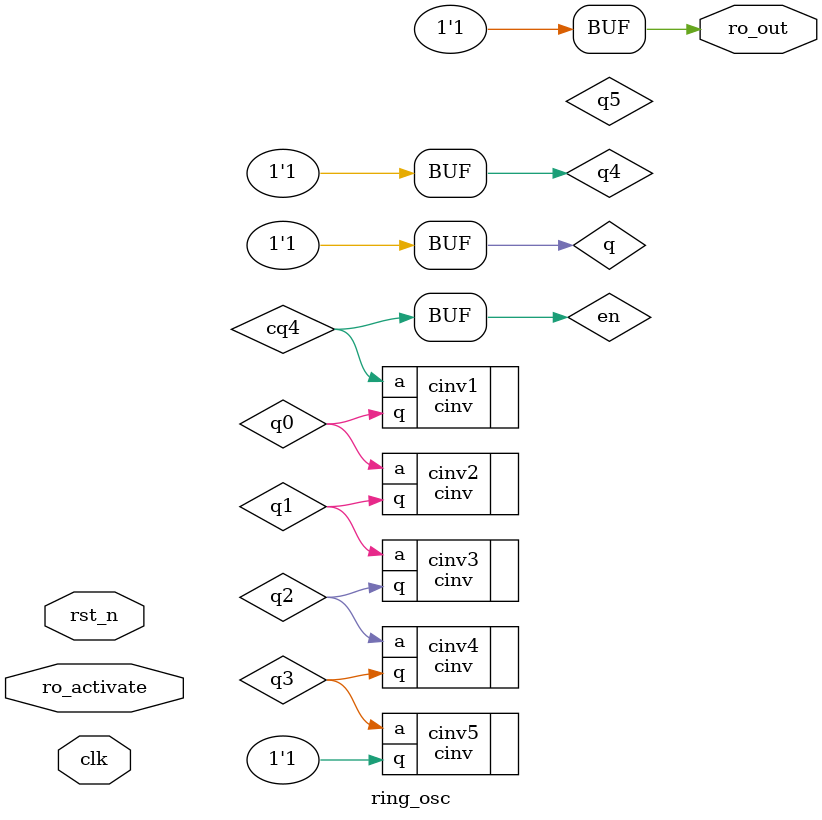
<source format=v>
module ring_osc(input wire  rst_n,
          input wire  clk,
          input wire  ro_activate,
          output reg   ro_out);
   reg [7:0]         ro_count;
   reg                en;
   wire               ro_output;
   (*keep = "true" *) wire q;
   (*keep = "true" *) wire q0;
   (*keep = "true" *) wire q1;
   (*keep = "true" *) wire q2;
   (*keep = "true" *) wire q3;
   (*keep = "true" *) wire q4;
   (*keep = "true" *) wire q5;
   assign ro_out = q;
  // assign ro_out = en ? ro_count : 8'b0;
  /* always @(*) begin
    if (rst_n)
        en <= 1'b0;
    else if (ro_activate)
        en <= 1'b1;
    else
        en <= 1'b0;
    end
    always @(posedge q or posedge rst_n) begin
     if (rst_n)
          ro_count <= 8'h0000;
     else if (ro_count == 7'hff)
          ro_count <= 8'h0000;
     else
          ro_count <= ro_count + 1'b1;
   end
    always @(posedge q or posedge rst_n) begin
    if (rst_n)
        ro_out <= 1'b0;
    else if (ro_activate)
        ro_out <= ro_output;
    else
        ro_out <= 1'b0;
    end */
   (* keep = "true" *) wire cq4;
   assign cq4 = (en & q4);
   initial begin
    q4 = 1'b1;  // Initialize q4 to 1
   end
   (* keep = 1 *) cinv cinv1(.a(cq4),.q(q0));
   (* keep = 1 *) cinv cinv2(.a(q0), .q(q1));
   (* keep = 1 *) cinv cinv3(.a(q1), .q(q2));
   (* keep = 1 *) cinv cinv4(.a(q2), .q(q3));
   (* keep = 1 *) cinv cinv5(.a(q3), .q(q4));
   assign q  = q4;
endmodule

</source>
